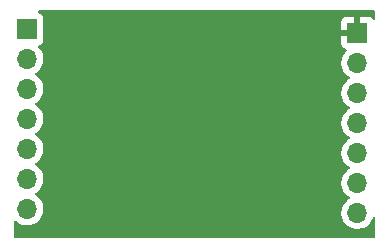
<source format=gbr>
%TF.GenerationSoftware,KiCad,Pcbnew,6.0.5-a6ca702e91~116~ubuntu20.04.1*%
%TF.CreationDate,2022-05-07T22:19:23-05:00*%
%TF.ProjectId,Ra-01SH_915MHz_shield_v001,52612d30-3153-4485-9f39-31354d487a5f,rev?*%
%TF.SameCoordinates,Original*%
%TF.FileFunction,Copper,L2,Bot*%
%TF.FilePolarity,Positive*%
%FSLAX46Y46*%
G04 Gerber Fmt 4.6, Leading zero omitted, Abs format (unit mm)*
G04 Created by KiCad (PCBNEW 6.0.5-a6ca702e91~116~ubuntu20.04.1) date 2022-05-07 22:19:23*
%MOMM*%
%LPD*%
G01*
G04 APERTURE LIST*
%TA.AperFunction,ComponentPad*%
%ADD10R,1.700000X1.700000*%
%TD*%
%TA.AperFunction,ComponentPad*%
%ADD11O,1.700000X1.700000*%
%TD*%
%TA.AperFunction,ViaPad*%
%ADD12C,0.800000*%
%TD*%
G04 APERTURE END LIST*
D10*
%TO.P,J1,1,Pin_1*%
%TO.N,VCC*%
X139700000Y-78300000D03*
D11*
%TO.P,J1,2,Pin_2*%
%TO.N,D4*%
X139700000Y-80840000D03*
%TO.P,J1,3,Pin_3*%
%TO.N,D3*%
X139700000Y-83380000D03*
%TO.P,J1,4,Pin_4*%
%TO.N,D13{slash}SCK*%
X139700000Y-85920000D03*
%TO.P,J1,5,Pin_5*%
%TO.N,D12{slash}MISO*%
X139700000Y-88460000D03*
%TO.P,J1,6,Pin_6*%
%TO.N,D2{slash}INT0*%
X139700000Y-91000000D03*
%TO.P,J1,7,Pin_7*%
%TO.N,A5{slash}SCL*%
X139700000Y-93540000D03*
%TD*%
D10*
%TO.P,J2,1,Pin_1*%
%TO.N,GND*%
X167640000Y-78600000D03*
D11*
%TO.P,J2,2,Pin_2*%
%TO.N,D5*%
X167640000Y-81140000D03*
%TO.P,J2,3,Pin_3*%
%TO.N,D7*%
X167640000Y-83680000D03*
%TO.P,J2,4,Pin_4*%
%TO.N,D9*%
X167640000Y-86220000D03*
%TO.P,J2,5,Pin_5*%
%TO.N,D10{slash}SS*%
X167640000Y-88760000D03*
%TO.P,J2,6,Pin_6*%
%TO.N,D11{slash}MOSI*%
X167640000Y-91300000D03*
%TO.P,J2,7,Pin_7*%
%TO.N,D6*%
X167640000Y-93840000D03*
%TD*%
D12*
%TO.N,GND*%
X151600000Y-79700000D03*
X159800000Y-91700000D03*
X146200000Y-95100000D03*
X145100000Y-95100000D03*
X161100000Y-91700000D03*
X150400000Y-79700000D03*
%TD*%
%TA.AperFunction,Conductor*%
%TO.N,GND*%
G36*
X169113621Y-76728502D02*
G01*
X169160114Y-76782158D01*
X169171500Y-76834500D01*
X169171500Y-77436196D01*
X169151498Y-77504317D01*
X169097842Y-77550810D01*
X169027568Y-77560914D01*
X168962988Y-77531420D01*
X168940372Y-77503388D01*
X168940172Y-77503538D01*
X168935979Y-77497943D01*
X168934980Y-77496705D01*
X168934788Y-77496354D01*
X168858285Y-77394276D01*
X168845724Y-77381715D01*
X168743649Y-77305214D01*
X168728054Y-77296676D01*
X168607606Y-77251522D01*
X168592351Y-77247895D01*
X168541486Y-77242369D01*
X168534672Y-77242000D01*
X167912115Y-77242000D01*
X167896876Y-77246475D01*
X167895671Y-77247865D01*
X167894000Y-77255548D01*
X167894000Y-78728000D01*
X167873998Y-78796121D01*
X167820342Y-78842614D01*
X167768000Y-78854000D01*
X166300116Y-78854000D01*
X166284877Y-78858475D01*
X166283672Y-78859865D01*
X166282001Y-78867548D01*
X166282001Y-79494669D01*
X166282371Y-79501490D01*
X166287895Y-79552352D01*
X166291521Y-79567604D01*
X166336676Y-79688054D01*
X166345214Y-79703649D01*
X166421715Y-79805724D01*
X166434276Y-79818285D01*
X166536351Y-79894786D01*
X166551946Y-79903324D01*
X166660827Y-79944142D01*
X166717591Y-79986784D01*
X166742291Y-80053345D01*
X166727083Y-80122694D01*
X166707691Y-80149175D01*
X166667252Y-80191492D01*
X166580629Y-80282138D01*
X166454743Y-80466680D01*
X166439003Y-80500590D01*
X166384800Y-80617361D01*
X166360688Y-80669305D01*
X166300989Y-80884570D01*
X166277251Y-81106695D01*
X166277548Y-81111848D01*
X166277548Y-81111851D01*
X166278483Y-81128069D01*
X166290110Y-81329715D01*
X166291247Y-81334761D01*
X166291248Y-81334767D01*
X166293882Y-81346453D01*
X166339222Y-81547639D01*
X166354057Y-81584173D01*
X166408923Y-81719292D01*
X166423266Y-81754616D01*
X166463409Y-81820124D01*
X166533645Y-81934738D01*
X166539987Y-81945088D01*
X166686250Y-82113938D01*
X166858126Y-82256632D01*
X166903917Y-82283390D01*
X166931445Y-82299476D01*
X166980169Y-82351114D01*
X166993240Y-82420897D01*
X166966509Y-82486669D01*
X166926055Y-82520027D01*
X166913607Y-82526507D01*
X166909474Y-82529610D01*
X166909471Y-82529612D01*
X166778597Y-82627875D01*
X166734965Y-82660635D01*
X166580629Y-82822138D01*
X166454743Y-83006680D01*
X166439003Y-83040590D01*
X166384800Y-83157361D01*
X166360688Y-83209305D01*
X166300989Y-83424570D01*
X166277251Y-83646695D01*
X166277548Y-83651848D01*
X166277548Y-83651851D01*
X166278483Y-83668069D01*
X166290110Y-83869715D01*
X166291247Y-83874761D01*
X166291248Y-83874767D01*
X166293882Y-83886453D01*
X166339222Y-84087639D01*
X166354057Y-84124173D01*
X166408923Y-84259292D01*
X166423266Y-84294616D01*
X166463409Y-84360124D01*
X166533645Y-84474738D01*
X166539987Y-84485088D01*
X166686250Y-84653938D01*
X166858126Y-84796632D01*
X166903917Y-84823390D01*
X166931445Y-84839476D01*
X166980169Y-84891114D01*
X166993240Y-84960897D01*
X166966509Y-85026669D01*
X166926055Y-85060027D01*
X166913607Y-85066507D01*
X166909474Y-85069610D01*
X166909471Y-85069612D01*
X166778597Y-85167875D01*
X166734965Y-85200635D01*
X166580629Y-85362138D01*
X166454743Y-85546680D01*
X166439003Y-85580590D01*
X166384800Y-85697361D01*
X166360688Y-85749305D01*
X166300989Y-85964570D01*
X166277251Y-86186695D01*
X166277548Y-86191848D01*
X166277548Y-86191851D01*
X166278483Y-86208069D01*
X166290110Y-86409715D01*
X166291247Y-86414761D01*
X166291248Y-86414767D01*
X166293882Y-86426453D01*
X166339222Y-86627639D01*
X166354057Y-86664173D01*
X166408923Y-86799292D01*
X166423266Y-86834616D01*
X166463409Y-86900124D01*
X166533645Y-87014738D01*
X166539987Y-87025088D01*
X166686250Y-87193938D01*
X166858126Y-87336632D01*
X166903917Y-87363390D01*
X166931445Y-87379476D01*
X166980169Y-87431114D01*
X166993240Y-87500897D01*
X166966509Y-87566669D01*
X166926055Y-87600027D01*
X166913607Y-87606507D01*
X166909474Y-87609610D01*
X166909471Y-87609612D01*
X166778597Y-87707875D01*
X166734965Y-87740635D01*
X166580629Y-87902138D01*
X166454743Y-88086680D01*
X166439003Y-88120590D01*
X166384800Y-88237361D01*
X166360688Y-88289305D01*
X166300989Y-88504570D01*
X166277251Y-88726695D01*
X166277548Y-88731848D01*
X166277548Y-88731851D01*
X166278483Y-88748069D01*
X166290110Y-88949715D01*
X166291247Y-88954761D01*
X166291248Y-88954767D01*
X166293882Y-88966453D01*
X166339222Y-89167639D01*
X166354057Y-89204173D01*
X166408923Y-89339292D01*
X166423266Y-89374616D01*
X166463409Y-89440124D01*
X166533645Y-89554738D01*
X166539987Y-89565088D01*
X166686250Y-89733938D01*
X166858126Y-89876632D01*
X166903917Y-89903390D01*
X166931445Y-89919476D01*
X166980169Y-89971114D01*
X166993240Y-90040897D01*
X166966509Y-90106669D01*
X166926055Y-90140027D01*
X166913607Y-90146507D01*
X166909474Y-90149610D01*
X166909471Y-90149612D01*
X166778597Y-90247875D01*
X166734965Y-90280635D01*
X166580629Y-90442138D01*
X166454743Y-90626680D01*
X166439003Y-90660590D01*
X166384800Y-90777361D01*
X166360688Y-90829305D01*
X166300989Y-91044570D01*
X166277251Y-91266695D01*
X166277548Y-91271848D01*
X166277548Y-91271851D01*
X166278483Y-91288069D01*
X166290110Y-91489715D01*
X166291247Y-91494761D01*
X166291248Y-91494767D01*
X166293882Y-91506453D01*
X166339222Y-91707639D01*
X166354057Y-91744173D01*
X166408923Y-91879292D01*
X166423266Y-91914616D01*
X166463409Y-91980124D01*
X166533645Y-92094738D01*
X166539987Y-92105088D01*
X166686250Y-92273938D01*
X166858126Y-92416632D01*
X166903917Y-92443390D01*
X166931445Y-92459476D01*
X166980169Y-92511114D01*
X166993240Y-92580897D01*
X166966509Y-92646669D01*
X166926055Y-92680027D01*
X166913607Y-92686507D01*
X166909474Y-92689610D01*
X166909471Y-92689612D01*
X166778597Y-92787875D01*
X166734965Y-92820635D01*
X166580629Y-92982138D01*
X166454743Y-93166680D01*
X166439003Y-93200590D01*
X166384800Y-93317361D01*
X166360688Y-93369305D01*
X166300989Y-93584570D01*
X166277251Y-93806695D01*
X166277548Y-93811848D01*
X166277548Y-93811851D01*
X166278483Y-93828069D01*
X166290110Y-94029715D01*
X166291247Y-94034761D01*
X166291248Y-94034767D01*
X166293882Y-94046453D01*
X166339222Y-94247639D01*
X166354057Y-94284173D01*
X166408923Y-94419292D01*
X166423266Y-94454616D01*
X166463409Y-94520124D01*
X166533645Y-94634738D01*
X166539987Y-94645088D01*
X166686250Y-94813938D01*
X166858126Y-94956632D01*
X167051000Y-95069338D01*
X167259692Y-95149030D01*
X167264760Y-95150061D01*
X167264763Y-95150062D01*
X167372017Y-95171883D01*
X167478597Y-95193567D01*
X167483772Y-95193757D01*
X167483774Y-95193757D01*
X167696673Y-95201564D01*
X167696677Y-95201564D01*
X167701837Y-95201753D01*
X167706957Y-95201097D01*
X167706959Y-95201097D01*
X167918288Y-95174025D01*
X167918289Y-95174025D01*
X167923416Y-95173368D01*
X167928366Y-95171883D01*
X168132429Y-95110661D01*
X168132434Y-95110659D01*
X168137384Y-95109174D01*
X168337994Y-95010896D01*
X168519860Y-94881173D01*
X168527693Y-94873368D01*
X168674435Y-94727137D01*
X168678096Y-94723489D01*
X168737594Y-94640689D01*
X168805435Y-94546277D01*
X168808453Y-94542077D01*
X168824297Y-94510020D01*
X168905136Y-94346453D01*
X168905137Y-94346451D01*
X168907430Y-94341811D01*
X168924943Y-94284171D01*
X168963882Y-94224808D01*
X169028736Y-94195921D01*
X169098913Y-94206682D01*
X169152131Y-94253675D01*
X169171500Y-94320801D01*
X169171500Y-95885500D01*
X169151498Y-95953621D01*
X169097842Y-96000114D01*
X169045500Y-96011500D01*
X138694500Y-96011500D01*
X138626379Y-95991498D01*
X138579886Y-95937842D01*
X138568500Y-95885500D01*
X138568500Y-94634738D01*
X138588502Y-94566617D01*
X138642158Y-94520124D01*
X138712432Y-94510020D01*
X138774984Y-94537794D01*
X138918126Y-94656632D01*
X139111000Y-94769338D01*
X139319692Y-94849030D01*
X139324760Y-94850061D01*
X139324763Y-94850062D01*
X139432017Y-94871883D01*
X139538597Y-94893567D01*
X139543772Y-94893757D01*
X139543774Y-94893757D01*
X139756673Y-94901564D01*
X139756677Y-94901564D01*
X139761837Y-94901753D01*
X139766957Y-94901097D01*
X139766959Y-94901097D01*
X139978288Y-94874025D01*
X139978289Y-94874025D01*
X139983416Y-94873368D01*
X139988366Y-94871883D01*
X140192429Y-94810661D01*
X140192434Y-94810659D01*
X140197384Y-94809174D01*
X140397994Y-94710896D01*
X140579860Y-94581173D01*
X140738096Y-94423489D01*
X140868453Y-94242077D01*
X140967430Y-94041811D01*
X141032370Y-93828069D01*
X141061529Y-93606590D01*
X141063156Y-93540000D01*
X141044852Y-93317361D01*
X140990431Y-93100702D01*
X140901354Y-92895840D01*
X140780014Y-92708277D01*
X140629670Y-92543051D01*
X140625619Y-92539852D01*
X140625615Y-92539848D01*
X140458414Y-92407800D01*
X140458410Y-92407798D01*
X140454359Y-92404598D01*
X140413053Y-92381796D01*
X140363084Y-92331364D01*
X140348312Y-92261921D01*
X140373428Y-92195516D01*
X140400780Y-92168909D01*
X140444603Y-92137650D01*
X140579860Y-92041173D01*
X140738096Y-91883489D01*
X140868453Y-91702077D01*
X140967430Y-91501811D01*
X141032370Y-91288069D01*
X141061529Y-91066590D01*
X141063156Y-91000000D01*
X141044852Y-90777361D01*
X140990431Y-90560702D01*
X140901354Y-90355840D01*
X140780014Y-90168277D01*
X140629670Y-90003051D01*
X140625619Y-89999852D01*
X140625615Y-89999848D01*
X140458414Y-89867800D01*
X140458410Y-89867798D01*
X140454359Y-89864598D01*
X140413053Y-89841796D01*
X140363084Y-89791364D01*
X140348312Y-89721921D01*
X140373428Y-89655516D01*
X140400780Y-89628909D01*
X140444603Y-89597650D01*
X140579860Y-89501173D01*
X140738096Y-89343489D01*
X140868453Y-89162077D01*
X140967430Y-88961811D01*
X141032370Y-88748069D01*
X141061529Y-88526590D01*
X141063156Y-88460000D01*
X141044852Y-88237361D01*
X140990431Y-88020702D01*
X140901354Y-87815840D01*
X140780014Y-87628277D01*
X140629670Y-87463051D01*
X140625619Y-87459852D01*
X140625615Y-87459848D01*
X140458414Y-87327800D01*
X140458410Y-87327798D01*
X140454359Y-87324598D01*
X140413053Y-87301796D01*
X140363084Y-87251364D01*
X140348312Y-87181921D01*
X140373428Y-87115516D01*
X140400780Y-87088909D01*
X140444603Y-87057650D01*
X140579860Y-86961173D01*
X140738096Y-86803489D01*
X140868453Y-86622077D01*
X140967430Y-86421811D01*
X141032370Y-86208069D01*
X141061529Y-85986590D01*
X141063156Y-85920000D01*
X141044852Y-85697361D01*
X140990431Y-85480702D01*
X140901354Y-85275840D01*
X140780014Y-85088277D01*
X140629670Y-84923051D01*
X140625619Y-84919852D01*
X140625615Y-84919848D01*
X140458414Y-84787800D01*
X140458410Y-84787798D01*
X140454359Y-84784598D01*
X140413053Y-84761796D01*
X140363084Y-84711364D01*
X140348312Y-84641921D01*
X140373428Y-84575516D01*
X140400780Y-84548909D01*
X140444603Y-84517650D01*
X140579860Y-84421173D01*
X140738096Y-84263489D01*
X140868453Y-84082077D01*
X140967430Y-83881811D01*
X141032370Y-83668069D01*
X141061529Y-83446590D01*
X141063156Y-83380000D01*
X141044852Y-83157361D01*
X140990431Y-82940702D01*
X140901354Y-82735840D01*
X140780014Y-82548277D01*
X140629670Y-82383051D01*
X140625619Y-82379852D01*
X140625615Y-82379848D01*
X140458414Y-82247800D01*
X140458410Y-82247798D01*
X140454359Y-82244598D01*
X140413053Y-82221796D01*
X140363084Y-82171364D01*
X140348312Y-82101921D01*
X140373428Y-82035516D01*
X140400780Y-82008909D01*
X140444603Y-81977650D01*
X140579860Y-81881173D01*
X140738096Y-81723489D01*
X140868453Y-81542077D01*
X140967430Y-81341811D01*
X141032370Y-81128069D01*
X141061529Y-80906590D01*
X141063156Y-80840000D01*
X141044852Y-80617361D01*
X140990431Y-80400702D01*
X140901354Y-80195840D01*
X140780014Y-80008277D01*
X140760205Y-79986507D01*
X140632798Y-79846488D01*
X140601746Y-79782642D01*
X140610141Y-79712143D01*
X140655317Y-79657375D01*
X140681761Y-79643706D01*
X140788297Y-79603767D01*
X140796705Y-79600615D01*
X140913261Y-79513261D01*
X141000615Y-79396705D01*
X141051745Y-79260316D01*
X141058500Y-79198134D01*
X141058500Y-78327885D01*
X166282000Y-78327885D01*
X166286475Y-78343124D01*
X166287865Y-78344329D01*
X166295548Y-78346000D01*
X167367885Y-78346000D01*
X167383124Y-78341525D01*
X167384329Y-78340135D01*
X167386000Y-78332452D01*
X167386000Y-77260116D01*
X167381525Y-77244877D01*
X167380135Y-77243672D01*
X167372452Y-77242001D01*
X166745331Y-77242001D01*
X166738510Y-77242371D01*
X166687648Y-77247895D01*
X166672396Y-77251521D01*
X166551946Y-77296676D01*
X166536351Y-77305214D01*
X166434276Y-77381715D01*
X166421715Y-77394276D01*
X166345214Y-77496351D01*
X166336676Y-77511946D01*
X166291522Y-77632394D01*
X166287895Y-77647649D01*
X166282369Y-77698514D01*
X166282000Y-77705328D01*
X166282000Y-78327885D01*
X141058500Y-78327885D01*
X141058500Y-77401866D01*
X141051745Y-77339684D01*
X141000615Y-77203295D01*
X140913261Y-77086739D01*
X140796705Y-76999385D01*
X140788296Y-76996233D01*
X140788295Y-76996232D01*
X140671592Y-76952482D01*
X140614827Y-76909841D01*
X140590127Y-76843279D01*
X140605334Y-76773930D01*
X140655620Y-76723812D01*
X140715821Y-76708500D01*
X169045500Y-76708500D01*
X169113621Y-76728502D01*
G37*
%TD.AperFunction*%
%TD*%
M02*

</source>
